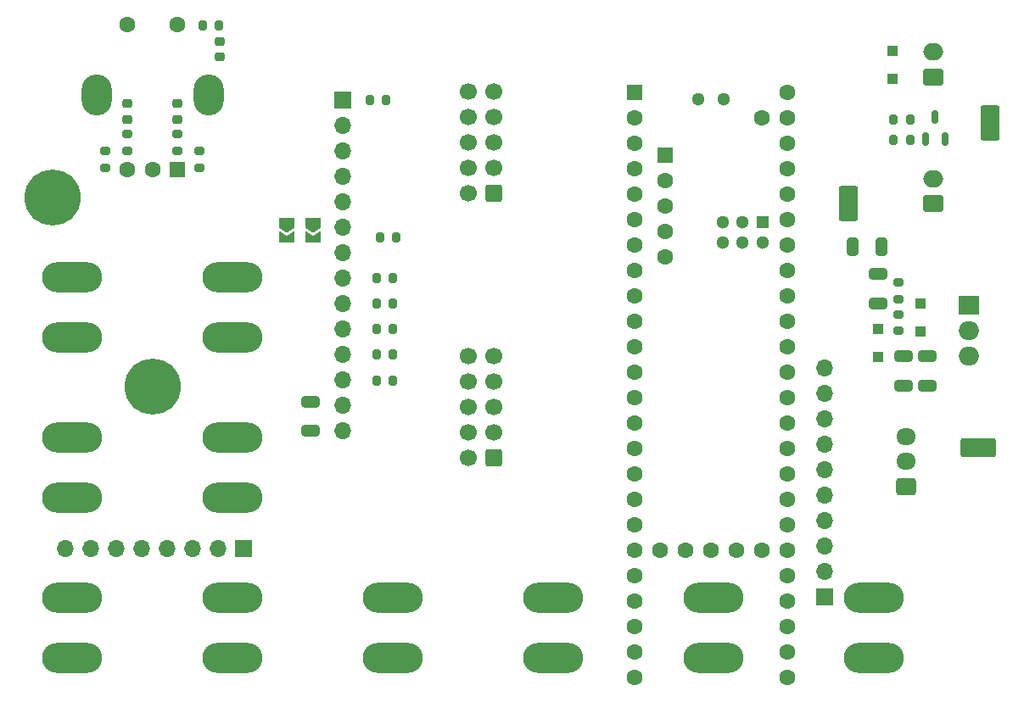
<source format=gbr>
%TF.GenerationSoftware,KiCad,Pcbnew,8.0.1*%
%TF.CreationDate,2024-04-21T23:41:19+02:00*%
%TF.ProjectId,PreciPSLoadFront,50726563-6950-4534-9c6f-616446726f6e,rev?*%
%TF.SameCoordinates,Original*%
%TF.FileFunction,Soldermask,Top*%
%TF.FilePolarity,Negative*%
%FSLAX46Y46*%
G04 Gerber Fmt 4.6, Leading zero omitted, Abs format (unit mm)*
G04 Created by KiCad (PCBNEW 8.0.1) date 2024-04-21 23:41:19*
%MOMM*%
%LPD*%
G01*
G04 APERTURE LIST*
G04 Aperture macros list*
%AMRoundRect*
0 Rectangle with rounded corners*
0 $1 Rounding radius*
0 $2 $3 $4 $5 $6 $7 $8 $9 X,Y pos of 4 corners*
0 Add a 4 corners polygon primitive as box body*
4,1,4,$2,$3,$4,$5,$6,$7,$8,$9,$2,$3,0*
0 Add four circle primitives for the rounded corners*
1,1,$1+$1,$2,$3*
1,1,$1+$1,$4,$5*
1,1,$1+$1,$6,$7*
1,1,$1+$1,$8,$9*
0 Add four rect primitives between the rounded corners*
20,1,$1+$1,$2,$3,$4,$5,0*
20,1,$1+$1,$4,$5,$6,$7,0*
20,1,$1+$1,$6,$7,$8,$9,0*
20,1,$1+$1,$8,$9,$2,$3,0*%
%AMFreePoly0*
4,1,6,1.000000,0.000000,0.500000,-0.750000,-0.500000,-0.750000,-0.500000,0.750000,0.500000,0.750000,1.000000,0.000000,1.000000,0.000000,$1*%
%AMFreePoly1*
4,1,6,0.500000,-0.750000,-0.650000,-0.750000,-0.150000,0.000000,-0.650000,0.750000,0.500000,0.750000,0.500000,-0.750000,0.500000,-0.750000,$1*%
G04 Aperture macros list end*
%ADD10R,1.600000X1.600000*%
%ADD11C,1.600000*%
%ADD12R,1.300000X1.300000*%
%ADD13C,1.300000*%
%ADD14R,1.700000X1.700000*%
%ADD15O,1.700000X1.700000*%
%ADD16RoundRect,0.250000X-0.650000X0.325000X-0.650000X-0.325000X0.650000X-0.325000X0.650000X0.325000X0*%
%ADD17RoundRect,0.250000X0.725000X-0.600000X0.725000X0.600000X-0.725000X0.600000X-0.725000X-0.600000X0*%
%ADD18O,1.950000X1.700000*%
%ADD19FreePoly0,270.000000*%
%ADD20FreePoly1,270.000000*%
%ADD21RoundRect,0.200000X-0.200000X-0.275000X0.200000X-0.275000X0.200000X0.275000X-0.200000X0.275000X0*%
%ADD22RoundRect,0.200000X0.275000X-0.200000X0.275000X0.200000X-0.275000X0.200000X-0.275000X-0.200000X0*%
%ADD23RoundRect,0.250000X0.650000X-0.325000X0.650000X0.325000X-0.650000X0.325000X-0.650000X-0.325000X0*%
%ADD24RoundRect,0.200000X0.750000X-1.550000X0.750000X1.550000X-0.750000X1.550000X-0.750000X-1.550000X0*%
%ADD25RoundRect,0.225000X-0.250000X0.225000X-0.250000X-0.225000X0.250000X-0.225000X0.250000X0.225000X0*%
%ADD26RoundRect,0.250000X-0.325000X-0.650000X0.325000X-0.650000X0.325000X0.650000X-0.325000X0.650000X0*%
%ADD27RoundRect,0.250000X0.600000X0.600000X-0.600000X0.600000X-0.600000X-0.600000X0.600000X-0.600000X0*%
%ADD28C,1.700000*%
%ADD29RoundRect,0.200000X0.200000X0.275000X-0.200000X0.275000X-0.200000X-0.275000X0.200000X-0.275000X0*%
%ADD30RoundRect,0.250000X0.750000X-0.600000X0.750000X0.600000X-0.750000X0.600000X-0.750000X-0.600000X0*%
%ADD31O,2.000000X1.700000*%
%ADD32R,2.000000X1.905000*%
%ADD33O,2.000000X1.905000*%
%ADD34RoundRect,0.200000X-0.275000X0.200000X-0.275000X-0.200000X0.275000X-0.200000X0.275000X0.200000X0*%
%ADD35RoundRect,0.250000X0.300000X-0.300000X0.300000X0.300000X-0.300000X0.300000X-0.300000X-0.300000X0*%
%ADD36RoundRect,0.200000X-1.550000X-0.750000X1.550000X-0.750000X1.550000X0.750000X-1.550000X0.750000X0*%
%ADD37RoundRect,0.150000X0.150000X-0.512500X0.150000X0.512500X-0.150000X0.512500X-0.150000X-0.512500X0*%
%ADD38C,3.600000*%
%ADD39C,5.600000*%
%ADD40RoundRect,0.250000X-0.300000X0.300000X-0.300000X-0.300000X0.300000X-0.300000X0.300000X0.300000X0*%
%ADD41O,6.000000X3.000000*%
%ADD42RoundRect,0.250000X0.550000X-0.550000X0.550000X0.550000X-0.550000X0.550000X-0.550000X-0.550000X0*%
%ADD43O,3.000000X4.100000*%
G04 APERTURE END LIST*
D10*
%TO.C,U2*%
X113080000Y-34490000D03*
D11*
X113080000Y-37030000D03*
X113080000Y-39570000D03*
X113080000Y-42110000D03*
X113080000Y-44650000D03*
X113080000Y-47190000D03*
X113080000Y-49730000D03*
X113080000Y-52270000D03*
X113080000Y-54810000D03*
X113080000Y-57350000D03*
X113080000Y-59890000D03*
X113080000Y-62430000D03*
X113080000Y-64970000D03*
X113080000Y-67510000D03*
X113080000Y-70050000D03*
X113080000Y-72590000D03*
X113080000Y-75130000D03*
X113080000Y-77670000D03*
X113080000Y-80210000D03*
X113080000Y-82750000D03*
X113080000Y-85290000D03*
X113080000Y-87830000D03*
X113080000Y-90370000D03*
X113080000Y-92910000D03*
X128320000Y-92910000D03*
X128320000Y-90370000D03*
X128320000Y-87830000D03*
X128320000Y-85290000D03*
X128320000Y-82750000D03*
X128320000Y-80210000D03*
X128320000Y-77670000D03*
X128320000Y-75130000D03*
X128320000Y-72590000D03*
X128320000Y-70050000D03*
X128320000Y-67510000D03*
X128320000Y-64970000D03*
X128320000Y-62430000D03*
X128320000Y-59890000D03*
X128320000Y-57350000D03*
X128320000Y-54810000D03*
X128320000Y-52270000D03*
X128320000Y-49730000D03*
X128320000Y-47190000D03*
X128320000Y-44650000D03*
X128320000Y-42110000D03*
X128320000Y-39570000D03*
X128320000Y-37030000D03*
X128320000Y-34490000D03*
X125780000Y-37030000D03*
X115620000Y-80210000D03*
X118160000Y-80210000D03*
X120700000Y-80210000D03*
X123240000Y-80210000D03*
X125780000Y-80210000D03*
D10*
X116130800Y-40789200D03*
D11*
X116130800Y-43329200D03*
X116130800Y-45869200D03*
X116130800Y-48409200D03*
X116130800Y-50949200D03*
D12*
X125881600Y-47460000D03*
D13*
X123881600Y-47460000D03*
X121881600Y-47460000D03*
X121881600Y-49460000D03*
X123881600Y-49460000D03*
X125881600Y-49460000D03*
X121970000Y-35220000D03*
X119430000Y-35220000D03*
%TD*%
D14*
%TO.C,J9*%
X132100000Y-84920000D03*
D15*
X132100000Y-82380000D03*
X132100000Y-79840000D03*
X132100000Y-77300000D03*
X132100000Y-74760000D03*
X132100000Y-72220000D03*
X132100000Y-69680000D03*
X132100000Y-67140000D03*
X132100000Y-64600000D03*
X132100000Y-62060000D03*
%TD*%
D16*
%TO.C,C5*%
X139900000Y-60825000D03*
X139900000Y-63775000D03*
%TD*%
D17*
%TO.C,J7*%
X140150000Y-73850000D03*
D18*
X140150000Y-71350000D03*
X140150000Y-68850000D03*
%TD*%
D19*
%TO.C,JP3*%
X78400000Y-47550000D03*
D20*
X78400000Y-49000000D03*
%TD*%
D19*
%TO.C,JP2*%
X81000000Y-47550000D03*
D20*
X81000000Y-49000000D03*
%TD*%
D21*
%TO.C,R10*%
X86650000Y-35300000D03*
X88300000Y-35300000D03*
%TD*%
D22*
%TO.C,R4*%
X62500000Y-40325000D03*
X62500000Y-38675000D03*
%TD*%
D23*
%TO.C,C1*%
X80750000Y-68325000D03*
X80750000Y-65375000D03*
%TD*%
D21*
%TO.C,R22*%
X87325000Y-53050000D03*
X88975000Y-53050000D03*
%TD*%
D24*
%TO.C,TP2*%
X134400000Y-45600000D03*
%TD*%
D25*
%TO.C,C2*%
X62500000Y-35625000D03*
X62500000Y-37175000D03*
%TD*%
D26*
%TO.C,C7*%
X134825000Y-49900000D03*
X137775000Y-49900000D03*
%TD*%
D27*
%TO.C,J1*%
X99000000Y-44540000D03*
D28*
X96460000Y-44540000D03*
X99000000Y-42000000D03*
X96460000Y-42000000D03*
X99000000Y-39460000D03*
X96460000Y-39460000D03*
X99000000Y-36920000D03*
X96460000Y-36920000D03*
X99000000Y-34380000D03*
X96460000Y-34380000D03*
%TD*%
D29*
%TO.C,R2*%
X140575000Y-37250000D03*
X138925000Y-37250000D03*
%TD*%
D21*
%TO.C,R23*%
X87325000Y-55600000D03*
X88975000Y-55600000D03*
%TD*%
D30*
%TO.C,J6*%
X142912500Y-45600000D03*
D31*
X142912500Y-43100000D03*
%TD*%
D25*
%TO.C,C3*%
X67500000Y-35625000D03*
X67500000Y-37175000D03*
%TD*%
D22*
%TO.C,R9*%
X139400000Y-58325000D03*
X139400000Y-56675000D03*
%TD*%
D32*
%TO.C,U3*%
X146492500Y-55735000D03*
D33*
X146492500Y-58275000D03*
X146492500Y-60815000D03*
%TD*%
D25*
%TO.C,C4*%
X71700000Y-29425000D03*
X71700000Y-30975000D03*
%TD*%
D23*
%TO.C,C6*%
X137400000Y-55575000D03*
X137400000Y-52625000D03*
%TD*%
D34*
%TO.C,R6*%
X60300000Y-40375000D03*
X60300000Y-42025000D03*
%TD*%
D35*
%TO.C,D2*%
X137400000Y-60950000D03*
X137400000Y-58150000D03*
%TD*%
D16*
%TO.C,C8*%
X142300000Y-60825000D03*
X142300000Y-63775000D03*
%TD*%
D36*
%TO.C,TP1*%
X147350000Y-70000000D03*
%TD*%
D21*
%TO.C,R26*%
X87325000Y-63250000D03*
X88975000Y-63250000D03*
%TD*%
%TO.C,R21*%
X87675000Y-49000000D03*
X89325000Y-49000000D03*
%TD*%
D24*
%TO.C,TP3*%
X148600000Y-37550000D03*
%TD*%
D21*
%TO.C,R25*%
X87325000Y-60700000D03*
X88975000Y-60700000D03*
%TD*%
D35*
%TO.C,D3*%
X141600000Y-58400000D03*
X141600000Y-55600000D03*
%TD*%
D22*
%TO.C,R8*%
X139400000Y-55125000D03*
X139400000Y-53475000D03*
%TD*%
D34*
%TO.C,R5*%
X69700000Y-40375000D03*
X69700000Y-42025000D03*
%TD*%
D37*
%TO.C,Q1*%
X142150000Y-39200000D03*
X144050000Y-39200000D03*
X143100000Y-36925000D03*
%TD*%
D34*
%TO.C,R3*%
X67500000Y-38675000D03*
X67500000Y-40325000D03*
%TD*%
D21*
%TO.C,R1*%
X138925000Y-39250000D03*
X140575000Y-39250000D03*
%TD*%
%TO.C,R24*%
X87325000Y-58150000D03*
X88975000Y-58150000D03*
%TD*%
D38*
%TO.C,REF\u002A\u002A*%
X55000000Y-45000000D03*
D39*
X55000000Y-45000000D03*
%TD*%
D40*
%TO.C,D1*%
X138850000Y-30350000D03*
X138850000Y-33150000D03*
%TD*%
D30*
%TO.C,J3*%
X142937500Y-32950000D03*
D31*
X142937500Y-30450000D03*
%TD*%
D29*
%TO.C,R7*%
X71625000Y-27800000D03*
X69975000Y-27800000D03*
%TD*%
D14*
%TO.C,J5*%
X74050000Y-80050000D03*
D15*
X71510000Y-80050000D03*
X68970000Y-80050000D03*
X66430000Y-80050000D03*
X63890000Y-80050000D03*
X61350000Y-80050000D03*
X58810000Y-80050000D03*
X56270000Y-80050000D03*
%TD*%
D27*
%TO.C,J2*%
X99000000Y-71000000D03*
D28*
X96460000Y-71000000D03*
X99000000Y-68460000D03*
X96460000Y-68460000D03*
X99000000Y-65920000D03*
X96460000Y-65920000D03*
X99000000Y-63380000D03*
X96460000Y-63380000D03*
X99000000Y-60840000D03*
X96460000Y-60840000D03*
%TD*%
D38*
%TO.C,REF\u002A\u002A*%
X65000000Y-63900000D03*
D39*
X65000000Y-63900000D03*
%TD*%
D41*
%TO.C,SW4*%
X105000000Y-85000000D03*
X105000000Y-91000000D03*
%TD*%
%TO.C,SW9*%
X73000000Y-53000000D03*
X73000000Y-59000000D03*
%TD*%
%TO.C,SW7*%
X57000000Y-69000000D03*
X57000000Y-75000000D03*
%TD*%
D42*
%TO.C,SW10*%
X67500000Y-42250000D03*
D11*
X62500000Y-42250000D03*
X65000000Y-42250000D03*
X67500000Y-27750000D03*
X62500000Y-27750000D03*
D43*
X59400000Y-34750000D03*
X70600000Y-34750000D03*
%TD*%
D41*
%TO.C,SW11*%
X137000000Y-85000000D03*
X137000000Y-91000000D03*
%TD*%
%TO.C,SW3*%
X89000000Y-85000000D03*
X89000000Y-91000000D03*
%TD*%
D14*
%TO.C,J4*%
X84000000Y-35300000D03*
D15*
X84000000Y-37840000D03*
X84000000Y-40380000D03*
X84000000Y-42920000D03*
X84000000Y-45460000D03*
X84000000Y-48000000D03*
X84000000Y-50540000D03*
X84000000Y-53080000D03*
X84000000Y-55620000D03*
X84000000Y-58160000D03*
X84000000Y-60700000D03*
X84000000Y-63240000D03*
X84000000Y-65780000D03*
X84000000Y-68320000D03*
%TD*%
D41*
%TO.C,SW5*%
X121000000Y-85000000D03*
X121000000Y-91000000D03*
%TD*%
%TO.C,SW1*%
X57000000Y-85000000D03*
X57000000Y-91000000D03*
%TD*%
%TO.C,SW2*%
X73000000Y-85000000D03*
X73000000Y-91000000D03*
%TD*%
%TO.C,SW6*%
X73000000Y-69000000D03*
X73000000Y-75000000D03*
%TD*%
%TO.C,SW8*%
X57000000Y-53000000D03*
X57000000Y-59000000D03*
%TD*%
M02*

</source>
